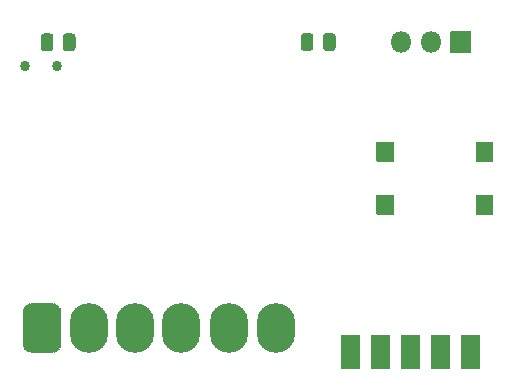
<source format=gbr>
G04 #@! TF.GenerationSoftware,KiCad,Pcbnew,(5.1.8-0-10_14)*
G04 #@! TF.CreationDate,2021-03-05T16:46:23-05:00*
G04 #@! TF.ProjectId,v1,76312e6b-6963-4616-945f-706362585858,rev?*
G04 #@! TF.SameCoordinates,Original*
G04 #@! TF.FileFunction,Soldermask,Top*
G04 #@! TF.FilePolarity,Negative*
%FSLAX46Y46*%
G04 Gerber Fmt 4.6, Leading zero omitted, Abs format (unit mm)*
G04 Created by KiCad (PCBNEW (5.1.8-0-10_14)) date 2021-03-05 16:46:23*
%MOMM*%
%LPD*%
G01*
G04 APERTURE LIST*
%ADD10O,1.801600X1.801600*%
%ADD11O,3.261600X4.201600*%
%ADD12C,0.863600*%
%ADD13C,0.100000*%
G04 APERTURE END LIST*
G36*
G01*
X158457200Y-109604000D02*
X158457200Y-106804000D01*
G75*
G02*
X158508000Y-106753200I50800J0D01*
G01*
X160008000Y-106753200D01*
G75*
G02*
X160058800Y-106804000I0J-50800D01*
G01*
X160058800Y-109604000D01*
G75*
G02*
X160008000Y-109654800I-50800J0D01*
G01*
X158508000Y-109654800D01*
G75*
G02*
X158457200Y-109604000I0J50800D01*
G01*
G37*
G36*
G01*
X160997200Y-109604000D02*
X160997200Y-106804000D01*
G75*
G02*
X161048000Y-106753200I50800J0D01*
G01*
X162548000Y-106753200D01*
G75*
G02*
X162598800Y-106804000I0J-50800D01*
G01*
X162598800Y-109604000D01*
G75*
G02*
X162548000Y-109654800I-50800J0D01*
G01*
X161048000Y-109654800D01*
G75*
G02*
X160997200Y-109604000I0J50800D01*
G01*
G37*
G36*
G01*
X163537200Y-109604000D02*
X163537200Y-106804000D01*
G75*
G02*
X163588000Y-106753200I50800J0D01*
G01*
X165088000Y-106753200D01*
G75*
G02*
X165138800Y-106804000I0J-50800D01*
G01*
X165138800Y-109604000D01*
G75*
G02*
X165088000Y-109654800I-50800J0D01*
G01*
X163588000Y-109654800D01*
G75*
G02*
X163537200Y-109604000I0J50800D01*
G01*
G37*
G36*
G01*
X166077200Y-109604000D02*
X166077200Y-106804000D01*
G75*
G02*
X166128000Y-106753200I50800J0D01*
G01*
X167628000Y-106753200D01*
G75*
G02*
X167678800Y-106804000I0J-50800D01*
G01*
X167678800Y-109604000D01*
G75*
G02*
X167628000Y-109654800I-50800J0D01*
G01*
X166128000Y-109654800D01*
G75*
G02*
X166077200Y-109604000I0J50800D01*
G01*
G37*
G36*
G01*
X168617200Y-109604000D02*
X168617200Y-106804000D01*
G75*
G02*
X168668000Y-106753200I50800J0D01*
G01*
X170168000Y-106753200D01*
G75*
G02*
X170218800Y-106804000I0J-50800D01*
G01*
X170218800Y-109604000D01*
G75*
G02*
X170168000Y-109654800I-50800J0D01*
G01*
X168668000Y-109654800D01*
G75*
G02*
X168617200Y-109604000I0J50800D01*
G01*
G37*
G36*
G01*
X169844600Y-96547400D02*
X169844600Y-94947400D01*
G75*
G02*
X169895400Y-94896600I50800J0D01*
G01*
X171295400Y-94896600D01*
G75*
G02*
X171346200Y-94947400I0J-50800D01*
G01*
X171346200Y-96547400D01*
G75*
G02*
X171295400Y-96598200I-50800J0D01*
G01*
X169895400Y-96598200D01*
G75*
G02*
X169844600Y-96547400I0J50800D01*
G01*
G37*
G36*
G01*
X169844600Y-92047400D02*
X169844600Y-90447400D01*
G75*
G02*
X169895400Y-90396600I50800J0D01*
G01*
X171295400Y-90396600D01*
G75*
G02*
X171346200Y-90447400I0J-50800D01*
G01*
X171346200Y-92047400D01*
G75*
G02*
X171295400Y-92098200I-50800J0D01*
G01*
X169895400Y-92098200D01*
G75*
G02*
X169844600Y-92047400I0J50800D01*
G01*
G37*
G36*
G01*
X161444600Y-92047400D02*
X161444600Y-90447400D01*
G75*
G02*
X161495400Y-90396600I50800J0D01*
G01*
X162895400Y-90396600D01*
G75*
G02*
X162946200Y-90447400I0J-50800D01*
G01*
X162946200Y-92047400D01*
G75*
G02*
X162895400Y-92098200I-50800J0D01*
G01*
X161495400Y-92098200D01*
G75*
G02*
X161444600Y-92047400I0J50800D01*
G01*
G37*
G36*
G01*
X161444600Y-96547400D02*
X161444600Y-94947400D01*
G75*
G02*
X161495400Y-94896600I50800J0D01*
G01*
X162895400Y-94896600D01*
G75*
G02*
X162946200Y-94947400I0J-50800D01*
G01*
X162946200Y-96547400D01*
G75*
G02*
X162895400Y-96598200I-50800J0D01*
G01*
X161495400Y-96598200D01*
G75*
G02*
X161444600Y-96547400I0J50800D01*
G01*
G37*
D10*
X163499800Y-81978500D03*
X166039800Y-81978500D03*
G36*
G01*
X167729800Y-81077700D02*
X169429800Y-81077700D01*
G75*
G02*
X169480600Y-81128500I0J-50800D01*
G01*
X169480600Y-82828500D01*
G75*
G02*
X169429800Y-82879300I-50800J0D01*
G01*
X167729800Y-82879300D01*
G75*
G02*
X167679000Y-82828500I0J50800D01*
G01*
X167679000Y-81128500D01*
G75*
G02*
X167729800Y-81077700I50800J0D01*
G01*
G37*
G36*
G01*
X131503300Y-107470100D02*
X131503300Y-104899300D01*
G75*
G02*
X132318700Y-104083900I815400J0D01*
G01*
X133949500Y-104083900D01*
G75*
G02*
X134764900Y-104899300I0J-815400D01*
G01*
X134764900Y-107470100D01*
G75*
G02*
X133949500Y-108285500I-815400J0D01*
G01*
X132318700Y-108285500D01*
G75*
G02*
X131503300Y-107470100I0J815400D01*
G01*
G37*
D11*
X137094100Y-106184700D03*
X141054100Y-106184700D03*
X144934100Y-106184700D03*
X148974100Y-106184700D03*
X152934100Y-106184700D03*
G36*
G01*
X135979875Y-81518350D02*
X135979875Y-82481650D01*
G75*
G02*
X135710725Y-82750800I-269150J0D01*
G01*
X135172425Y-82750800D01*
G75*
G02*
X134903275Y-82481650I0J269150D01*
G01*
X134903275Y-81518350D01*
G75*
G02*
X135172425Y-81249200I269150J0D01*
G01*
X135710725Y-81249200D01*
G75*
G02*
X135979875Y-81518350I0J-269150D01*
G01*
G37*
G36*
G01*
X134104875Y-81518350D02*
X134104875Y-82481650D01*
G75*
G02*
X133835725Y-82750800I-269150J0D01*
G01*
X133297425Y-82750800D01*
G75*
G02*
X133028275Y-82481650I0J269150D01*
G01*
X133028275Y-81518350D01*
G75*
G02*
X133297425Y-81249200I269150J0D01*
G01*
X133835725Y-81249200D01*
G75*
G02*
X134104875Y-81518350I0J-269150D01*
G01*
G37*
G36*
G01*
X157996000Y-81496850D02*
X157996000Y-82460150D01*
G75*
G02*
X157726850Y-82729300I-269150J0D01*
G01*
X157188550Y-82729300D01*
G75*
G02*
X156919400Y-82460150I0J269150D01*
G01*
X156919400Y-81496850D01*
G75*
G02*
X157188550Y-81227700I269150J0D01*
G01*
X157726850Y-81227700D01*
G75*
G02*
X157996000Y-81496850I0J-269150D01*
G01*
G37*
G36*
G01*
X156121000Y-81496850D02*
X156121000Y-82460150D01*
G75*
G02*
X155851850Y-82729300I-269150J0D01*
G01*
X155313550Y-82729300D01*
G75*
G02*
X155044400Y-82460150I0J269150D01*
G01*
X155044400Y-81496850D01*
G75*
G02*
X155313550Y-81227700I269150J0D01*
G01*
X155851850Y-81227700D01*
G75*
G02*
X156121000Y-81496850I0J-269150D01*
G01*
G37*
D12*
X131658360Y-84038440D03*
X134411720Y-84040980D03*
D13*
G36*
X131505290Y-107469904D02*
G01*
X131520938Y-107628782D01*
X131567226Y-107781371D01*
X131642391Y-107921996D01*
X131743546Y-108045254D01*
X131866804Y-108146409D01*
X132007429Y-108221574D01*
X132160018Y-108267862D01*
X132318896Y-108283510D01*
X132320522Y-108284675D01*
X132320326Y-108286665D01*
X132318700Y-108287500D01*
X132262340Y-108287500D01*
X132262144Y-108287490D01*
X132109240Y-108272430D01*
X132108855Y-108272354D01*
X131967726Y-108229543D01*
X131967364Y-108229393D01*
X131837305Y-108159875D01*
X131836979Y-108159657D01*
X131722978Y-108066099D01*
X131722701Y-108065822D01*
X131629143Y-107951821D01*
X131628925Y-107951495D01*
X131559407Y-107821436D01*
X131559257Y-107821074D01*
X131516446Y-107679945D01*
X131516370Y-107679560D01*
X131501310Y-107526656D01*
X131501300Y-107526460D01*
X131501300Y-107470100D01*
X131502300Y-107468368D01*
X131504300Y-107468368D01*
X131505290Y-107469904D01*
G37*
G36*
X134766065Y-107468474D02*
G01*
X134766900Y-107470100D01*
X134766900Y-107526460D01*
X134766890Y-107526656D01*
X134751830Y-107679560D01*
X134751754Y-107679945D01*
X134708943Y-107821074D01*
X134708793Y-107821436D01*
X134639275Y-107951495D01*
X134639057Y-107951821D01*
X134545499Y-108065822D01*
X134545222Y-108066099D01*
X134431221Y-108159657D01*
X134430895Y-108159875D01*
X134300836Y-108229393D01*
X134300474Y-108229543D01*
X134159345Y-108272354D01*
X134158960Y-108272430D01*
X134006056Y-108287490D01*
X134005860Y-108287500D01*
X133949500Y-108287500D01*
X133947768Y-108286500D01*
X133947768Y-108284500D01*
X133949304Y-108283510D01*
X134108182Y-108267862D01*
X134260771Y-108221574D01*
X134401396Y-108146409D01*
X134524654Y-108045254D01*
X134625809Y-107921996D01*
X134700974Y-107781371D01*
X134747262Y-107628782D01*
X134762910Y-107469904D01*
X134764075Y-107468278D01*
X134766065Y-107468474D01*
G37*
G36*
X132320432Y-104082900D02*
G01*
X132320432Y-104084900D01*
X132318896Y-104085890D01*
X132160018Y-104101538D01*
X132007429Y-104147826D01*
X131866804Y-104222991D01*
X131743546Y-104324146D01*
X131642391Y-104447404D01*
X131567226Y-104588029D01*
X131520938Y-104740618D01*
X131505290Y-104899496D01*
X131504125Y-104901122D01*
X131502135Y-104900926D01*
X131501300Y-104899300D01*
X131501300Y-104842940D01*
X131501310Y-104842744D01*
X131516370Y-104689840D01*
X131516446Y-104689455D01*
X131559257Y-104548326D01*
X131559407Y-104547964D01*
X131628925Y-104417905D01*
X131629143Y-104417579D01*
X131722701Y-104303578D01*
X131722978Y-104303301D01*
X131836979Y-104209743D01*
X131837305Y-104209525D01*
X131967364Y-104140007D01*
X131967726Y-104139857D01*
X132108855Y-104097046D01*
X132109240Y-104096970D01*
X132262144Y-104081910D01*
X132262340Y-104081900D01*
X132318700Y-104081900D01*
X132320432Y-104082900D01*
G37*
G36*
X134006056Y-104081910D02*
G01*
X134158960Y-104096970D01*
X134159345Y-104097046D01*
X134300474Y-104139857D01*
X134300836Y-104140007D01*
X134430895Y-104209525D01*
X134431221Y-104209743D01*
X134545222Y-104303301D01*
X134545499Y-104303578D01*
X134639057Y-104417579D01*
X134639275Y-104417905D01*
X134708793Y-104547964D01*
X134708943Y-104548326D01*
X134751754Y-104689455D01*
X134751830Y-104689840D01*
X134766890Y-104842744D01*
X134766900Y-104842940D01*
X134766900Y-104899300D01*
X134765900Y-104901032D01*
X134763900Y-104901032D01*
X134762910Y-104899496D01*
X134747262Y-104740618D01*
X134700974Y-104588029D01*
X134625809Y-104447404D01*
X134524654Y-104324146D01*
X134401396Y-104222991D01*
X134260771Y-104147826D01*
X134108182Y-104101538D01*
X133949304Y-104085890D01*
X133947678Y-104084725D01*
X133947874Y-104082735D01*
X133949500Y-104081900D01*
X134005860Y-104081900D01*
X134006056Y-104081910D01*
G37*
M02*

</source>
